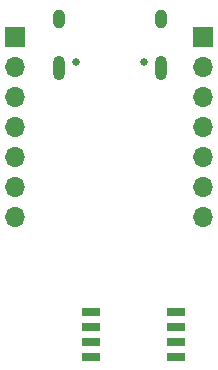
<source format=gbr>
%TF.GenerationSoftware,KiCad,Pcbnew,7.0.11-7.0.11~ubuntu22.04.1*%
%TF.CreationDate,2024-10-26T23:49:30+02:00*%
%TF.ProjectId,C6-40-Flash-test,43362d34-302d-4466-9c61-73682d746573,1.0*%
%TF.SameCoordinates,Original*%
%TF.FileFunction,Soldermask,Bot*%
%TF.FilePolarity,Negative*%
%FSLAX46Y46*%
G04 Gerber Fmt 4.6, Leading zero omitted, Abs format (unit mm)*
G04 Created by KiCad (PCBNEW 7.0.11-7.0.11~ubuntu22.04.1) date 2024-10-26 23:49:30*
%MOMM*%
%LPD*%
G01*
G04 APERTURE LIST*
%ADD10R,1.700000X1.700000*%
%ADD11O,1.700000X1.700000*%
%ADD12O,1.000000X1.600000*%
%ADD13O,1.000000X2.100000*%
%ADD14C,0.650000*%
%ADD15R,1.650000X0.650000*%
G04 APERTURE END LIST*
D10*
%TO.C,J2*%
X134190000Y-84505000D03*
D11*
X134190000Y-87045000D03*
X134190000Y-89585000D03*
X134190000Y-92125000D03*
X134190000Y-94665000D03*
X134190000Y-97205000D03*
X134190000Y-99745000D03*
%TD*%
D10*
%TO.C,J3*%
X150100000Y-84505000D03*
D11*
X150100000Y-87045000D03*
X150100000Y-89585000D03*
X150100000Y-92125000D03*
X150100000Y-94665000D03*
X150100000Y-97205000D03*
X150100000Y-99745000D03*
%TD*%
D12*
%TO.C,J1*%
X137870000Y-82935000D03*
D13*
X137870000Y-87115000D03*
D12*
X146510000Y-82935000D03*
D13*
X146510000Y-87115000D03*
D14*
X139300000Y-86585000D03*
X145080000Y-86585000D03*
%TD*%
D15*
%TO.C,IC2*%
X140580000Y-111620000D03*
X140580000Y-110350000D03*
X140580000Y-109080000D03*
X140580000Y-107810000D03*
X147780000Y-107810000D03*
X147780000Y-109080000D03*
X147780000Y-110350000D03*
X147780000Y-111620000D03*
%TD*%
M02*

</source>
